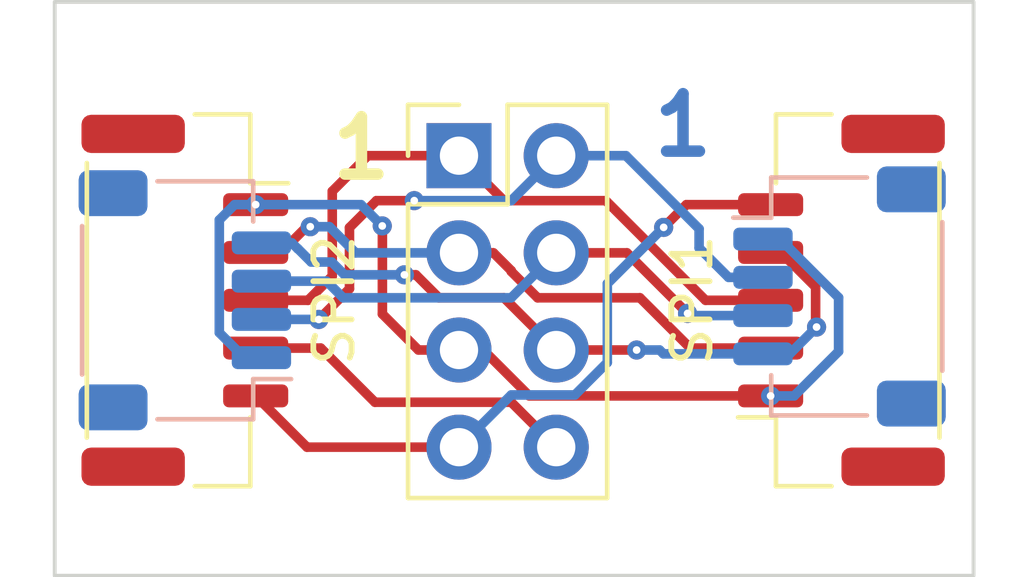
<source format=kicad_pcb>
(kicad_pcb (version 20221018) (generator pcbnew)
  (layers (0 "F.Cu" signal) (31 "B.Cu" signal) (34 "B.Paste" user) (35 "F.Paste" user) (36 "B.SilkS" user "B.Silkscreen") (37 "F.SilkS" user "F.Silkscreen") (38 "B.Mask" user) (39 "F.Mask" user) (44 "Edge.Cuts" user))
  (net 0 "")
  (net 1 "GNDA")
  (net 2 "+3.3V")
  (net 3 "/I2C SDA")
  (net 4 "/I2C SCL")
  (net 5 "/SPI MOSI")
  (net 6 "/SPI MISO")
  (net 7 "GND")
  (net 8 "/SPI_CS1")
  (footprint "Connector_JST:JST_GH_SM05B-GHS-TB_1x05-1MP_P1.25mm_Horizontal" (layer "F.Cu") (at 73.9 27.8 -90)
    (fp_text reference "SPI2" (at 0 -3.9 90) (layer "F.SilkS"))
    (fp_text value "JST_ZH5")
    (fp_line (start -4.86 -1.71) (end -3.06 -1.71) (stroke (width 0.12)) (layer "F.SilkS"))
    (fp_line (start -4.86 -0.26) (end -4.86 -1.71) (stroke (width 0.12)) (layer "F.SilkS"))
    (fp_line (start -3.59 2.56) (end 3.59 2.56) (stroke (width 0.12)) (layer "F.SilkS"))
    (fp_line (start -3.06 -1.71) (end -3.06 -2.7) (stroke (width 0.12)) (layer "F.SilkS"))
    (fp_line (start 4.86 -1.71) (end 3.06 -1.71) (stroke (width 0.12)) (layer "F.SilkS"))
    (fp_line (start 4.86 -0.26) (end 4.86 -1.71) (stroke (width 0.12)) (layer "F.SilkS"))
    (pad "1" smd roundrect (at -2.5 -1.85 270) (size 0.6 1.7) (layers "F.Cu" "F.Paste" "F.Mask") (net 1 "GNDA"))
    (pad "2" smd roundrect (at -1.25 -1.85 270) (size 0.6 1.7) (layers "F.Cu" "F.Paste" "F.Mask") (net 6 "/SPI MISO"))
    (pad "3" smd roundrect (at 0 -1.85 270) (size 0.6 1.7) (layers "F.Cu" "F.Paste" "F.Mask") (net 5 "/SPI MOSI"))
    (pad "4" smd roundrect (at 1.25 -1.85 270) (size 0.6 1.7) (layers "F.Cu" "F.Paste" "F.Mask") (net 8 "/SPI_CS1"))
    (pad "5" smd roundrect (at 2.5 -1.85 270) (size 0.6 1.7) (layers "F.Cu" "F.Paste" "F.Mask") (net 7 "GND"))
    (pad "MP" smd roundrect (at -4.35 1.35 270) (size 1 2.7) (layers "F.Cu" "F.Paste" "F.Mask"))
    (pad "MP" smd roundrect (at 4.35 1.35 270) (size 1 2.7) (layers "F.Cu" "F.Paste" "F.Mask"))
  )
  (footprint "Connector_PinHeader_2.54mm:PinHeader_2x04_P2.54mm_Vertical" (layer "F.Cu") (at 81.06 24.02)
    (fp_text reference "J2" hide)
    (fp_text value "Conn_02x05_Odd_Even")
    (fp_line (start -1.33 -1.33) (end 0 -1.33) (stroke (width 0.12)) (layer "F.SilkS"))
    (fp_line (start -1.33 0) (end -1.33 -1.33) (stroke (width 0.12)) (layer "F.SilkS"))
    (fp_line (start -1.33 1.27) (end -1.33 8.95) (stroke (width 0.12)) (layer "F.SilkS"))
    (fp_line (start -1.33 1.27) (end 1.27 1.27) (stroke (width 0.12)) (layer "F.SilkS"))
    (fp_line (start -1.33 8.95) (end 3.87 8.95) (stroke (width 0.12)) (layer "F.SilkS"))
    (fp_line (start 1.27 -1.33) (end 3.87 -1.33) (stroke (width 0.12)) (layer "F.SilkS"))
    (fp_line (start 1.27 1.27) (end 1.27 -1.33) (stroke (width 0.12)) (layer "F.SilkS"))
    (fp_line (start 3.87 -1.33) (end 3.87 8.95) (stroke (width 0.12)) (layer "F.SilkS"))
    (pad "1" thru_hole rect (at 0 0) (size 1.7 1.7) (drill 1) (layers "*.Cu" "*.Mask") (net 5 "/SPI MOSI"))
    (pad "2" thru_hole oval (at 2.54 0) (size 1.7 1.7) (drill 1) (layers "*.Cu" "*.Mask") (net 2 "+3.3V"))
    (pad "3" thru_hole oval (at 0 2.54) (size 1.7 1.7) (drill 1) (layers "*.Cu" "*.Mask") (net 6 "/SPI MISO"))
    (pad "4" thru_hole oval (at 2.54 2.54) (size 1.7 1.7) (drill 1) (layers "*.Cu" "*.Mask") (net 3 "/I2C SDA"))
    (pad "5" thru_hole oval (at 0 5.08) (size 1.7 1.7) (drill 1) (layers "*.Cu" "*.Mask") (net 1 "GNDA"))
    (pad "6" thru_hole oval (at 2.54 5.08) (size 1.7 1.7) (drill 1) (layers "*.Cu" "*.Mask") (net 4 "/I2C SCL"))
    (pad "7" thru_hole oval (at 0 7.62) (size 1.7 1.7) (drill 1) (layers "*.Cu" "*.Mask") (net 7 "GND"))
    (pad "8" thru_hole oval (at 2.54 7.62) (size 1.7 1.7) (drill 1) (layers "*.Cu" "*.Mask") (net 8 "/SPI_CS1"))
  )
  (footprint "Connector_JST:JST_GH_SM05B-GHS-TB_1x05-1MP_P1.25mm_Horizontal" (layer "F.Cu") (at 91.05 27.8 90)
    (fp_text reference "SPI1" (at 0 -3.9 90) (layer "F.SilkS"))
    (fp_text value "JST_ZH5")
    (fp_line (start -4.86 -1.71) (end -3.06 -1.71) (stroke (width 0.12)) (layer "F.SilkS"))
    (fp_line (start -4.86 -0.26) (end -4.86 -1.71) (stroke (width 0.12)) (layer "F.SilkS"))
    (fp_line (start -3.59 2.56) (end 3.59 2.56) (stroke (width 0.12)) (layer "F.SilkS"))
    (fp_line (start -3.06 -1.71) (end -3.06 -2.7) (stroke (width 0.12)) (layer "F.SilkS"))
    (fp_line (start 4.86 -1.71) (end 3.06 -1.71) (stroke (width 0.12)) (layer "F.SilkS"))
    (fp_line (start 4.86 -0.26) (end 4.86 -1.71) (stroke (width 0.12)) (layer "F.SilkS"))
    (pad "1" smd roundrect (at -2.5 -1.85 90) (size 0.6 1.7) (layers "F.Cu" "F.Paste" "F.Mask") (net 1 "GNDA"))
    (pad "2" smd roundrect (at -1.25 -1.85 90) (size 0.6 1.7) (layers "F.Cu" "F.Paste" "F.Mask") (net 6 "/SPI MISO"))
    (pad "3" smd roundrect (at 0 -1.85 90) (size 0.6 1.7) (layers "F.Cu" "F.Paste" "F.Mask") (net 5 "/SPI MOSI"))
    (pad "4" smd roundrect (at 1.25 -1.85 90) (size 0.6 1.7) (layers "F.Cu" "F.Paste" "F.Mask") (net 4 "/I2C SCL"))
    (pad "5" smd roundrect (at 2.5 -1.85 90) (size 0.6 1.7) (layers "F.Cu" "F.Paste" "F.Mask") (net 7 "GND"))
    (pad "MP" smd roundrect (at -4.35 1.35 90) (size 1 2.7) (layers "F.Cu" "F.Paste" "F.Mask"))
    (pad "MP" smd roundrect (at 4.35 1.35 90) (size 1 2.7) (layers "F.Cu" "F.Paste" "F.Mask"))
  )
  (footprint "Connector_JST:JST_SH_SM04B-SRSS-TB_1x04-1MP_P1.00mm_Horizontal" (layer "B.Cu") (at 91 27.7 -90)
    (fp_text reference "J1" hide)
    (fp_text value "Conn_01x04_Male")
    (fp_line (start -3.11 -0.715) (end -3.11 1.785) (stroke (width 0.12)) (layer "B.SilkS"))
    (fp_line (start -3.11 1.785) (end -2.06 1.785) (stroke (width 0.12)) (layer "B.SilkS"))
    (fp_line (start -2.06 1.785) (end -2.06 2.775) (stroke (width 0.12)) (layer "B.SilkS"))
    (fp_line (start -1.94 -2.685) (end 1.94 -2.685) (stroke (width 0.12)) (layer "B.SilkS"))
    (fp_line (start 3.11 -0.715) (end 3.11 1.785) (stroke (width 0.12)) (layer "B.SilkS"))
    (fp_line (start 3.11 1.785) (end 2.06 1.785) (stroke (width 0.12)) (layer "B.SilkS"))
    (pad "1" smd roundrect (at -1.5 2 270) (size 0.6 1.55) (layers "B.Cu" "B.Paste" "B.Mask") (net 1 "GNDA"))
    (pad "2" smd roundrect (at -0.5 2 270) (size 0.6 1.55) (layers "B.Cu" "B.Paste" "B.Mask") (net 2 "+3.3V"))
    (pad "3" smd roundrect (at 0.5 2 270) (size 0.6 1.55) (layers "B.Cu" "B.Paste" "B.Mask") (net 3 "/I2C SDA"))
    (pad "4" smd roundrect (at 1.5 2 270) (size 0.6 1.55) (layers "B.Cu" "B.Paste" "B.Mask") (net 4 "/I2C SCL"))
    (pad "MP" smd roundrect (at -2.8 -1.875 270) (size 1.2 1.8) (layers "B.Cu" "B.Paste" "B.Mask") (roundrect_rratio 0.208333))
    (pad "MP" smd roundrect (at 2.8 -1.875 270) (size 1.2 1.8) (layers "B.Cu" "B.Paste" "B.Mask") (roundrect_rratio 0.208333))
  )
  (footprint "Connector_JST:JST_SH_SM04B-SRSS-TB_1x04-1MP_P1.00mm_Horizontal" (layer "B.Cu") (at 73.9 27.8 90)
    (fp_text reference "J3" hide)
    (fp_text value "Conn_01x04_Male")
    (fp_line (start -3.11 -0.715) (end -3.11 1.785) (stroke (width 0.12)) (layer "B.SilkS"))
    (fp_line (start -3.11 1.785) (end -2.06 1.785) (stroke (width 0.12)) (layer "B.SilkS"))
    (fp_line (start -2.06 1.785) (end -2.06 2.775) (stroke (width 0.12)) (layer "B.SilkS"))
    (fp_line (start -1.94 -2.685) (end 1.94 -2.685) (stroke (width 0.12)) (layer "B.SilkS"))
    (fp_line (start 3.11 -0.715) (end 3.11 1.785) (stroke (width 0.12)) (layer "B.SilkS"))
    (fp_line (start 3.11 1.785) (end 2.06 1.785) (stroke (width 0.12)) (layer "B.SilkS"))
    (pad "1" smd roundrect (at -1.5 2 90) (size 0.6 1.55) (layers "B.Cu" "B.Paste" "B.Mask") (net 1 "GNDA"))
    (pad "2" smd roundrect (at -0.5 2 90) (size 0.6 1.55) (layers "B.Cu" "B.Paste" "B.Mask") (net 2 "+3.3V"))
    (pad "3" smd roundrect (at 0.5 2 90) (size 0.6 1.55) (layers "B.Cu" "B.Paste" "B.Mask") (net 3 "/I2C SDA"))
    (pad "4" smd roundrect (at 1.5 2 90) (size 0.6 1.55) (layers "B.Cu" "B.Paste" "B.Mask") (net 4 "/I2C SCL"))
    (pad "MP" smd roundrect (at -2.8 -1.875 90) (size 1.2 1.8) (layers "B.Cu" "B.Paste" "B.Mask") (roundrect_rratio 0.208333))
    (pad "MP" smd roundrect (at 2.8 -1.875 90) (size 1.2 1.8) (layers "B.Cu" "B.Paste" "B.Mask") (roundrect_rratio 0.208333))
  )
  (gr_rect (start 70.5 20) (end 94.5 35) (stroke (width 0.1)) (fill none) (layer "Edge.Cuts"))
  (gr_text "1" (at 86 24.1) (layer "B.Cu") (effects (font (size 1.5 1.5) (thickness 0.3) bold) (justify left bottom)))
  (gr_text "1" (at 77.6 24.7) (layer "F.SilkS") (effects (font (size 1.5 1.5) (thickness 0.3) bold) (justify left bottom)))
  (segment (start 79.056233 25.856233) (end 79.0595 25.8595) (width 0.25) (layer "F.Cu") (net 1))
  (segment (start 79.0595 28.1595) (end 80 29.1) (width 0.25) (layer "F.Cu") (net 1))
  (segment (start 79.0595 25.8595) (end 79.0595 28.1595) (width 0.25) (layer "F.Cu") (net 1))
  (segment (start 89.2 30.3) (end 82.896396 30.3) (width 0.25) (layer "F.Cu") (net 1))
  (segment (start 80 29.1) (end 81.06 29.1) (width 0.25) (layer "F.Cu") (net 1))
  (segment (start 82.896396 30.3) (end 81.696396 29.1) (width 0.25) (layer "F.Cu") (net 1))
  (via (at 89.2 30.3) (size 0.5) (drill 0.2) (layers "F.Cu" "B.Cu") (net 1))
  (via (at 79.056233 25.856233) (size 0.5) (drill 0.2) (layers "F.Cu" "B.Cu") (net 1))
  (via (at 75.75 25.3) (size 0.5) (drill 0.2) (layers "F.Cu" "B.Cu") (net 1))
  (segment (start 74.8 28.646751) (end 74.8 25.7) (width 0.25) (layer "B.Cu") (net 1))
  (segment (start 90.975 29.138173) (end 89.813173 30.3) (width 0.25) (layer "B.Cu") (net 1))
  (segment (start 90.975 27.728249) (end 90.975 29.138173) (width 0.25) (layer "B.Cu") (net 1))
  (segment (start 79.056233 25.856233) (end 78.5 25.3) (width 0.25) (layer "B.Cu") (net 1))
  (segment (start 74.8 25.7) (end 75.2 25.3) (width 0.25) (layer "B.Cu") (net 1))
  (segment (start 89.446751 26.2) (end 90.975 27.728249) (width 0.25) (layer "B.Cu") (net 1))
  (segment (start 75.2 25.3) (end 75.75 25.3) (width 0.25) (layer "B.Cu") (net 1))
  (segment (start 78.5 25.3) (end 75.75 25.3) (width 0.25) (layer "B.Cu") (net 1))
  (segment (start 75.453249 29.3) (end 74.8 28.646751) (width 0.25) (layer "B.Cu") (net 1))
  (segment (start 89.813173 30.3) (end 89.2 30.3) (width 0.25) (layer "B.Cu") (net 1))
  (segment (start 78.2 25.9) (end 78.905082 25.194918) (width 0.25) (layer "F.Cu") (net 2))
  (segment (start 78.905082 25.194918) (end 79.891904 25.194918) (width 0.25) (layer "F.Cu") (net 2))
  (segment (start 77.397964 28.301385) (end 78.2 27.499349) (width 0.25) (layer "F.Cu") (net 2))
  (segment (start 78.2 27.499349) (end 78.2 25.9) (width 0.25) (layer "F.Cu") (net 2))
  (via (at 77.397964 28.301385) (size 0.5) (drill 0.2) (layers "F.Cu" "B.Cu") (net 2))
  (via (at 79.891904 25.194918) (size 0.5) (drill 0.2) (layers "F.Cu" "B.Cu") (net 2))
  (segment (start 87.331587 26.431587) (end 87.331587 25.931587) (width 0.25) (layer "B.Cu") (net 2))
  (segment (start 88.1 27.2) (end 87.331587 26.431587) (width 0.25) (layer "B.Cu") (net 2))
  (segment (start 79.891904 25.194918) (end 79.891986 25.195) (width 0.25) (layer "B.Cu") (net 2))
  (segment (start 77.396579 28.3) (end 75.9 28.3) (width 0.25) (layer "B.Cu") (net 2))
  (segment (start 88.525639 27.2) (end 88.1 27.2) (width 0.25) (layer "B.Cu") (net 2))
  (segment (start 79.891986 25.195) (end 82.425 25.195) (width 0.25) (layer "B.Cu") (net 2))
  (segment (start 87.331587 25.931587) (end 85.42 24.02) (width 0.25) (layer "B.Cu") (net 2))
  (segment (start 85.42 24.02) (end 83.6 24.02) (width 0.25) (layer "B.Cu") (net 2))
  (segment (start 77.397964 28.301385) (end 77.396579 28.3) (width 0.25) (layer "B.Cu") (net 2))
  (segment (start 82.425 25.195) (end 83.6 24.02) (width 0.25) (layer "B.Cu") (net 2))
  (segment (start 85.447534 26.56) (end 83.6 26.56) (width 0.25) (layer "F.Cu") (net 3))
  (segment (start 87.030707 28.143173) (end 85.447534 26.56) (width 0.25) (layer "F.Cu") (net 3))
  (via (at 87.030707 28.143173) (size 0.5) (drill 0.2) (layers "F.Cu" "B.Cu") (net 3))
  (segment (start 78.035 27.735) (end 77.6 27.3) (width 0.25) (layer "B.Cu") (net 3))
  (segment (start 77.6 27.3) (end 75.9 27.3) (width 0.25) (layer "B.Cu") (net 3))
  (segment (start 83.6 26.56) (end 82.425 27.735) (width 0.25) (layer "B.Cu") (net 3))
  (segment (start 87.030707 28.143173) (end 87.087534 28.2) (width 0.25) (layer "B.Cu") (net 3))
  (segment (start 82.425 27.735) (end 78.035 27.735) (width 0.25) (layer "B.Cu") (net 3))
  (segment (start 87.087534 28.2) (end 89 28.2) (width 0.25) (layer "B.Cu") (net 3))
  (segment (start 90.375 27.453249) (end 89.471751 26.55) (width 0.25) (layer "F.Cu") (net 4))
  (segment (start 90.4 28.5) (end 90.375 28.475) (width 0.25) (layer "F.Cu") (net 4))
  (segment (start 80.535 27.735) (end 82.235 27.735) (width 0.25) (layer "F.Cu") (net 4))
  (segment (start 90.375 28.475) (end 90.375 27.453249) (width 0.25) (layer "F.Cu") (net 4))
  (segment (start 79.6345 27.1345) (end 79.9345 27.1345) (width 0.25) (layer "F.Cu") (net 4))
  (segment (start 79.9345 27.1345) (end 80.535 27.735) (width 0.25) (layer "F.Cu") (net 4))
  (segment (start 82.235 27.735) (end 83.6 29.1) (width 0.25) (layer "F.Cu") (net 4))
  (segment (start 89.471751 26.55) (end 89.2 26.55) (width 0.25) (layer "F.Cu") (net 4))
  (segment (start 85.7 29.1) (end 83.6 29.1) (width 0.25) (layer "F.Cu") (net 4))
  (via (at 90.4 28.5) (size 0.5) (drill 0.2) (layers "F.Cu" "B.Cu") (net 4))
  (via (at 79.6345 27.1345) (size 0.5) (drill 0.2) (layers "F.Cu" "B.Cu") (net 4))
  (via (at 85.7 29.1) (size 0.5) (drill 0.2) (layers "F.Cu" "B.Cu") (net 4))
  (segment (start 76.695565 26.3) (end 75.9 26.3) (width 0.25) (layer "B.Cu") (net 4))
  (segment (start 78.070896 27.1345) (end 77.736396 26.8) (width 0.25) (layer "B.Cu") (net 4))
  (segment (start 77.2 26.8) (end 76.852032 26.452032) (width 0.25) (layer "B.Cu") (net 4))
  (segment (start 79.6345 27.1345) (end 78.070896 27.1345) (width 0.25) (layer "B.Cu") (net 4))
  (segment (start 77.736396 26.8) (end 77.2 26.8) (width 0.25) (layer "B.Cu") (net 4))
  (segment (start 90.4 28.5) (end 89.7 29.2) (width 0.25) (layer "B.Cu") (net 4))
  (segment (start 86.3 29.1) (end 86.4 29.2) (width 0.25) (layer "B.Cu") (net 4))
  (segment (start 76.847597 26.452032) (end 76.695565 26.3) (width 0.25) (layer "B.Cu") (net 4))
  (segment (start 86.4 29.2) (end 89 29.2) (width 0.25) (layer "B.Cu") (net 4))
  (segment (start 76.852032 26.452032) (end 76.847597 26.452032) (width 0.25) (layer "B.Cu") (net 4))
  (segment (start 85.7 29.1) (end 86.3 29.1) (width 0.25) (layer "B.Cu") (net 4))
  (segment (start 89.7 29.2) (end 89 29.2) (width 0.25) (layer "B.Cu") (net 4))
  (segment (start 77.117493 27.8) (end 77.75 27.167493) (width 0.25) (layer "F.Cu") (net 5))
  (segment (start 82.235 25.195) (end 84.895 25.195) (width 0.25) (layer "F.Cu") (net 5))
  (segment (start 77.75 27.167493) (end 77.75 24.95) (width 0.25) (layer "F.Cu") (net 5))
  (segment (start 87.5 27.8) (end 89.2 27.8) (width 0.25) (layer "F.Cu") (net 5))
  (segment (start 84.895 25.195) (end 87.5 27.8) (width 0.25) (layer "F.Cu") (net 5))
  (segment (start 78.68 24.02) (end 81.06 24.02) (width 0.25) (layer "F.Cu") (net 5))
  (segment (start 75.75 27.8) (end 77.117493 27.8) (width 0.25) (layer "F.Cu") (net 5))
  (segment (start 81.06 24.02) (end 82.235 25.195) (width 0.25) (layer "F.Cu") (net 5))
  (segment (start 77.75 24.95) (end 78.68 24.02) (width 0.25) (layer "F.Cu") (net 5))
  (segment (start 81.96 26.56) (end 81.06 26.56) (width 0.25) (layer "F.Cu") (net 6))
  (segment (start 82.425 27.046701) (end 82.425 27.025) (width 0.25) (layer "F.Cu") (net 6))
  (segment (start 77.082738 25.877032) (end 76.40977 26.55) (width 0.25) (layer "F.Cu") (net 6))
  (segment (start 77.1755 25.877032) (end 77.082738 25.877032) (width 0.25) (layer "F.Cu") (net 6))
  (segment (start 83.113299 27.735) (end 82.425 27.046701) (width 0.25) (layer "F.Cu") (net 6))
  (segment (start 89.2 29.05) (end 87.101837 29.05) (width 0.25) (layer "F.Cu") (net 6))
  (segment (start 85.786837 27.735) (end 83.113299 27.735) (width 0.25) (layer "F.Cu") (net 6))
  (segment (start 87.101837 29.05) (end 85.786837 27.735) (width 0.25) (layer "F.Cu") (net 6))
  (segment (start 82.425 27.025) (end 81.96 26.56) (width 0.25) (layer "F.Cu") (net 6))
  (via (at 77.1755 25.877032) (size 0.5) (drill 0.2) (layers "F.Cu" "B.Cu") (net 6))
  (segment (start 77.1755 25.877032) (end 77.677032 25.877032) (width 0.25) (layer "B.Cu") (net 6))
  (segment (start 78.36 26.56) (end 81.06 26.56) (width 0.25) (layer "B.Cu") (net 6))
  (segment (start 77.677032 25.877032) (end 78.36 26.56) (width 0.25) (layer "B.Cu") (net 6))
  (segment (start 87 25.3) (end 89.2 25.3) (width 0.25) (layer "F.Cu") (net 7))
  (segment (start 77.09 31.64) (end 75.75 30.3) (width 0.25) (layer "F.Cu") (net 7))
  (segment (start 86.406233 25.893767) (end 87 25.3) (width 0.25) (layer "F.Cu") (net 7))
  (segment (start 81.06 31.64) (end 77.09 31.64) (width 0.25) (layer "F.Cu") (net 7))
  (via (at 86.406233 25.893767) (size 0.5) (drill 0.2) (layers "F.Cu" "B.Cu") (net 7))
  (segment (start 84.086701 30.275) (end 82.425 30.275) (width 0.25) (layer "B.Cu") (net 7))
  (segment (start 84.9345 27.3655) (end 84.9345 29.427201) (width 0.25) (layer "B.Cu") (net 7))
  (segment (start 82.425 30.275) (end 81.06 31.64) (width 0.25) (layer "B.Cu") (net 7))
  (segment (start 84.9345 29.427201) (end 84.086701 30.275) (width 0.25) (layer "B.Cu") (net 7))
  (segment (start 86.406233 25.893767) (end 84.9345 27.3655) (width 0.25) (layer "B.Cu") (net 7))
  (segment (start 82.425 30.465) (end 78.865 30.465) (width 0.25) (layer "F.Cu") (net 8))
  (segment (start 83.6 31.64) (end 82.425 30.465) (width 0.25) (layer "F.Cu") (net 8))
  (segment (start 78.865 30.465) (end 77.45 29.05) (width 0.25) (layer "F.Cu") (net 8))
  (segment (start 77.45 29.05) (end 75.75 29.05) (width 0.25) (layer "F.Cu") (net 8))
)
</source>
